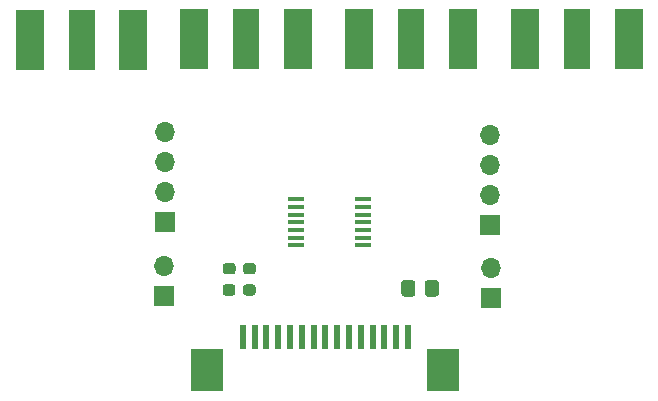
<source format=gbr>
%TF.GenerationSoftware,KiCad,Pcbnew,5.1.10-88a1d61d58~88~ubuntu18.04.1*%
%TF.CreationDate,2021-07-26T17:25:23+07:00*%
%TF.ProjectId,ADV728xM_EVAL_SMA-FFC_JETSON,41445637-3238-4784-9d5f-4556414c5f53,rev?*%
%TF.SameCoordinates,Original*%
%TF.FileFunction,Soldermask,Top*%
%TF.FilePolarity,Negative*%
%FSLAX46Y46*%
G04 Gerber Fmt 4.6, Leading zero omitted, Abs format (unit mm)*
G04 Created by KiCad (PCBNEW 5.1.10-88a1d61d58~88~ubuntu18.04.1) date 2021-07-26 17:25:23*
%MOMM*%
%LPD*%
G01*
G04 APERTURE LIST*
%ADD10O,1.700000X1.700000*%
%ADD11R,1.700000X1.700000*%
%ADD12R,2.286000X5.080000*%
%ADD13R,2.413000X5.080000*%
%ADD14R,0.610000X2.000000*%
%ADD15R,2.680000X3.600000*%
%ADD16R,1.358900X0.355600*%
G04 APERTURE END LIST*
D10*
%TO.C,J6*%
X175552100Y-89496900D03*
X175552100Y-92036900D03*
X175552100Y-94576900D03*
D11*
X175552100Y-97116900D03*
%TD*%
D12*
%TO.C,J3*%
X168846500Y-81368900D03*
D13*
X173228000Y-81368900D03*
X164465000Y-81368900D03*
%TD*%
D12*
%TO.C,J4*%
X182892700Y-81368900D03*
D13*
X187274200Y-81368900D03*
X178511200Y-81368900D03*
%TD*%
D12*
%TO.C,J1*%
X140957300Y-81419700D03*
D13*
X145338800Y-81419700D03*
X136575800Y-81419700D03*
%TD*%
D12*
%TO.C,J2*%
X154876500Y-81368900D03*
D13*
X159258000Y-81368900D03*
X150495000Y-81368900D03*
%TD*%
%TO.C,C2*%
G36*
G01*
X152905000Y-101024700D02*
X152905000Y-100549700D01*
G75*
G02*
X153142500Y-100312200I237500J0D01*
G01*
X153742500Y-100312200D01*
G75*
G02*
X153980000Y-100549700I0J-237500D01*
G01*
X153980000Y-101024700D01*
G75*
G02*
X153742500Y-101262200I-237500J0D01*
G01*
X153142500Y-101262200D01*
G75*
G02*
X152905000Y-101024700I0J237500D01*
G01*
G37*
G36*
G01*
X154630000Y-101024700D02*
X154630000Y-100549700D01*
G75*
G02*
X154867500Y-100312200I237500J0D01*
G01*
X155467500Y-100312200D01*
G75*
G02*
X155705000Y-100549700I0J-237500D01*
G01*
X155705000Y-101024700D01*
G75*
G02*
X155467500Y-101262200I-237500J0D01*
G01*
X154867500Y-101262200D01*
G75*
G02*
X154630000Y-101024700I0J237500D01*
G01*
G37*
%TD*%
%TO.C,C1*%
G36*
G01*
X154617300Y-102828100D02*
X154617300Y-102353100D01*
G75*
G02*
X154854800Y-102115600I237500J0D01*
G01*
X155454800Y-102115600D01*
G75*
G02*
X155692300Y-102353100I0J-237500D01*
G01*
X155692300Y-102828100D01*
G75*
G02*
X155454800Y-103065600I-237500J0D01*
G01*
X154854800Y-103065600D01*
G75*
G02*
X154617300Y-102828100I0J237500D01*
G01*
G37*
G36*
G01*
X152892300Y-102828100D02*
X152892300Y-102353100D01*
G75*
G02*
X153129800Y-102115600I237500J0D01*
G01*
X153729800Y-102115600D01*
G75*
G02*
X153967300Y-102353100I0J-237500D01*
G01*
X153967300Y-102828100D01*
G75*
G02*
X153729800Y-103065600I-237500J0D01*
G01*
X153129800Y-103065600D01*
G75*
G02*
X152892300Y-102828100I0J237500D01*
G01*
G37*
%TD*%
D11*
%TO.C,J5*%
X147980400Y-96850200D03*
D10*
X147980400Y-94310200D03*
X147980400Y-91770200D03*
X147980400Y-89230200D03*
%TD*%
D11*
%TO.C,J8*%
X175590200Y-103289100D03*
D10*
X175590200Y-100749100D03*
%TD*%
%TO.C,J7*%
X147929600Y-100558600D03*
D11*
X147929600Y-103098600D03*
%TD*%
%TO.C,R1*%
G36*
G01*
X168005200Y-102900901D02*
X168005200Y-102000899D01*
G75*
G02*
X168255199Y-101750900I249999J0D01*
G01*
X168955201Y-101750900D01*
G75*
G02*
X169205200Y-102000899I0J-249999D01*
G01*
X169205200Y-102900901D01*
G75*
G02*
X168955201Y-103150900I-249999J0D01*
G01*
X168255199Y-103150900D01*
G75*
G02*
X168005200Y-102900901I0J249999D01*
G01*
G37*
G36*
G01*
X170005200Y-102900901D02*
X170005200Y-102000899D01*
G75*
G02*
X170255199Y-101750900I249999J0D01*
G01*
X170955201Y-101750900D01*
G75*
G02*
X171205200Y-102000899I0J-249999D01*
G01*
X171205200Y-102900901D01*
G75*
G02*
X170955201Y-103150900I-249999J0D01*
G01*
X170255199Y-103150900D01*
G75*
G02*
X170005200Y-102900901I0J249999D01*
G01*
G37*
%TD*%
D14*
%TO.C,U1*%
X154594800Y-106578400D03*
X155594800Y-106578400D03*
X156594800Y-106578400D03*
X157594800Y-106578400D03*
X158594800Y-106578400D03*
X159594800Y-106578400D03*
X160594800Y-106578400D03*
X161594800Y-106578400D03*
X162594800Y-106578400D03*
X163594800Y-106578400D03*
X164594800Y-106578400D03*
X165594800Y-106578400D03*
X166594800Y-106578400D03*
X167594800Y-106578400D03*
X168594800Y-106578400D03*
D15*
X151606000Y-109380900D03*
X171583900Y-109380400D03*
%TD*%
D16*
%TO.C,U2*%
X159061150Y-98800199D03*
X159061150Y-98150200D03*
X159061150Y-97500199D03*
X159061150Y-96850200D03*
X159061150Y-96200199D03*
X159061150Y-95550200D03*
X159061150Y-94900199D03*
X164814250Y-94900201D03*
X164814250Y-95550200D03*
X164814250Y-96200201D03*
X164814250Y-96850200D03*
X164814250Y-97500199D03*
X164814250Y-98150200D03*
X164814250Y-98800201D03*
%TD*%
M02*

</source>
